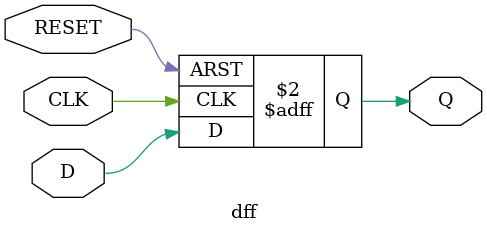
<source format=v>
module dff (
    input D,      // Data input
    input CLK,    // Clock input
    input RESET,  // Asynchronous reset, active high
    output reg Q  // Output
);
    // Your code goes here.  DO NOT change anything that is already given! Otherwise, you will not be able to pass the tests!
    always @(posedge CLK or posedge RESET) begin
        if (RESET) begin
            Q <= 1'b0;
        end else begin
            Q <= D;
        end
    end
endmodule

</source>
